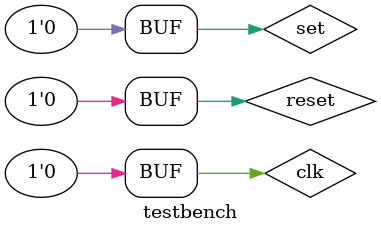
<source format=sv>
`timescale 1 ps / 1 ps
module testbench();

	logic clk;
	logic reset;
	logic set;
	logic [31:0] WriteData, DataAdr;
	logic MemWrite;

	// instantiate device to be tested
	top dut(clk, reset, set, WriteData, DataAdr, MemWrite);
	
	// initialize test
	initial
		begin
			reset <= 1; # 5; reset <= 0;
			set <= 1; # 5; set <= 0;
		end
	
	// generate clock to sequence tests
	always
		begin
			clk <= 1; # 5; 
			clk <= 0; # 5;
		end 

endmodule 	
</source>
